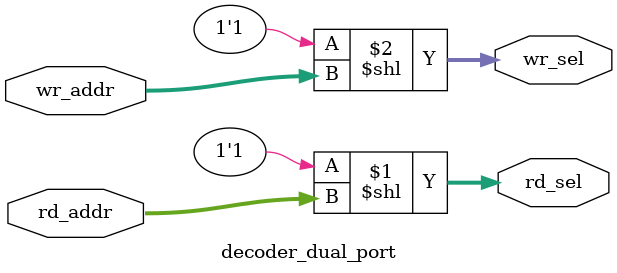
<source format=sv>
module decoder_dual_port (
    input [3:0] rd_addr, wr_addr,
    output [15:0] rd_sel, wr_sel
);
    assign rd_sel = 1'b1 << rd_addr;
    assign wr_sel = 1'b1 << wr_addr;
endmodule
</source>
